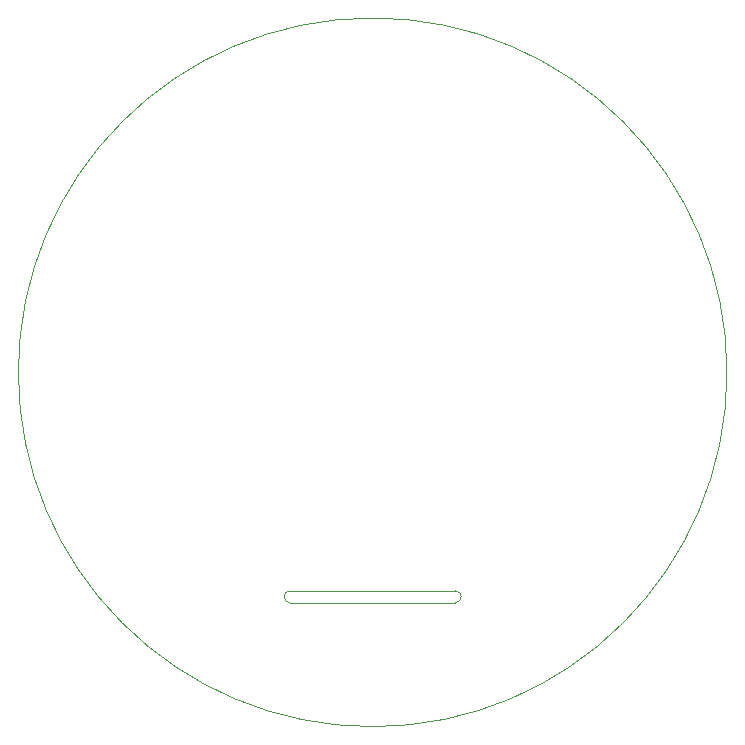
<source format=gbr>
%TF.GenerationSoftware,KiCad,Pcbnew,(6.0.7)*%
%TF.CreationDate,2023-03-05T02:05:44+08:00*%
%TF.ProjectId,CameraPosition,43616d65-7261-4506-9f73-6974696f6e2e,rev?*%
%TF.SameCoordinates,Original*%
%TF.FileFunction,Profile,NP*%
%FSLAX46Y46*%
G04 Gerber Fmt 4.6, Leading zero omitted, Abs format (unit mm)*
G04 Created by KiCad (PCBNEW (6.0.7)) date 2023-03-05 02:05:44*
%MOMM*%
%LPD*%
G01*
G04 APERTURE LIST*
%TA.AperFunction,Profile*%
%ADD10C,0.100000*%
%TD*%
G04 APERTURE END LIST*
D10*
X42000000Y-67500000D02*
G75*
G03*
X42000000Y-68500000I0J-500000D01*
G01*
X79000000Y-49000000D02*
G75*
G03*
X79000000Y-49000000I-30000000J0D01*
G01*
X42000000Y-68500000D02*
X56000000Y-68500000D01*
X56000000Y-68500000D02*
G75*
G03*
X56000000Y-67500000I0J500000D01*
G01*
X42000000Y-67500000D02*
X56000000Y-67500000D01*
M02*

</source>
